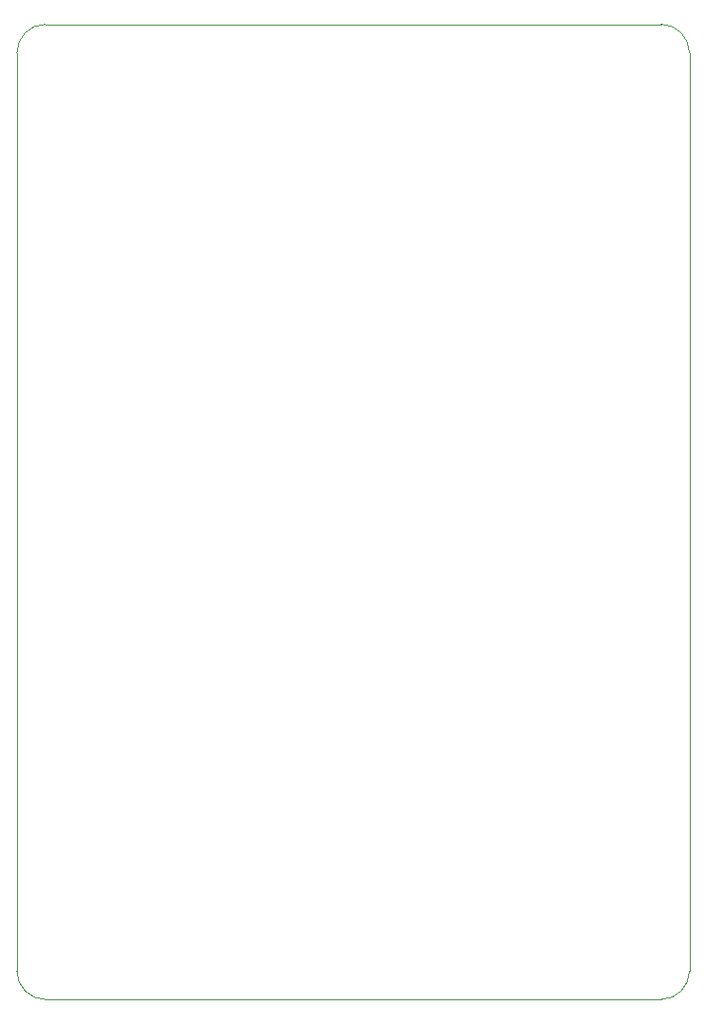
<source format=gbr>
G04*
G04 #@! TF.GenerationSoftware,Altium Limited,Altium Designer,25.1.2 (22)*
G04*
G04 Layer_Color=0*
%FSLAX25Y25*%
%MOIN*%
G70*
G04*
G04 #@! TF.SameCoordinates,A5DCB332-85D3-4D93-9494-DFC79FD2F11A*
G04*
G04*
G04 #@! TF.FilePolarity,Positive*
G04*
G01*
G75*
%ADD29C,0.00100*%
D29*
Y332520D02*
G02*
X10000Y342520I10000J0D01*
G01*
X226220D01*
D02*
G02*
X236221Y332520I0J-10000D01*
G01*
Y10000D01*
D02*
G02*
X226220Y0I-10000J0D01*
G01*
X10000D01*
D02*
G02*
X0Y10000I0J10000D01*
G01*
Y25984D01*
D01*
Y332520D01*
M02*

</source>
